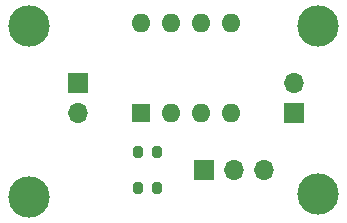
<source format=gts>
%TF.GenerationSoftware,KiCad,Pcbnew,(6.0.9)*%
%TF.CreationDate,2022-12-02T17:41:07+09:00*%
%TF.ProjectId,inverting_amplifier_circuirt,696e7665-7274-4696-9e67-5f616d706c69,0*%
%TF.SameCoordinates,Original*%
%TF.FileFunction,Soldermask,Top*%
%TF.FilePolarity,Negative*%
%FSLAX46Y46*%
G04 Gerber Fmt 4.6, Leading zero omitted, Abs format (unit mm)*
G04 Created by KiCad (PCBNEW (6.0.9)) date 2022-12-02 17:41:07*
%MOMM*%
%LPD*%
G01*
G04 APERTURE LIST*
G04 Aperture macros list*
%AMRoundRect*
0 Rectangle with rounded corners*
0 $1 Rounding radius*
0 $2 $3 $4 $5 $6 $7 $8 $9 X,Y pos of 4 corners*
0 Add a 4 corners polygon primitive as box body*
4,1,4,$2,$3,$4,$5,$6,$7,$8,$9,$2,$3,0*
0 Add four circle primitives for the rounded corners*
1,1,$1+$1,$2,$3*
1,1,$1+$1,$4,$5*
1,1,$1+$1,$6,$7*
1,1,$1+$1,$8,$9*
0 Add four rect primitives between the rounded corners*
20,1,$1+$1,$2,$3,$4,$5,0*
20,1,$1+$1,$4,$5,$6,$7,0*
20,1,$1+$1,$6,$7,$8,$9,0*
20,1,$1+$1,$8,$9,$2,$3,0*%
G04 Aperture macros list end*
%ADD10R,1.600000X1.600000*%
%ADD11O,1.600000X1.600000*%
%ADD12RoundRect,0.200000X0.200000X0.275000X-0.200000X0.275000X-0.200000X-0.275000X0.200000X-0.275000X0*%
%ADD13RoundRect,0.200000X-0.200000X-0.275000X0.200000X-0.275000X0.200000X0.275000X-0.200000X0.275000X0*%
%ADD14R,1.700000X1.700000*%
%ADD15O,1.700000X1.700000*%
%ADD16C,3.500000*%
G04 APERTURE END LIST*
D10*
%TO.C,U1*%
X139456000Y-73904000D03*
D11*
X141996000Y-73904000D03*
X144536000Y-73904000D03*
X147076000Y-73904000D03*
X147076000Y-66284000D03*
X144536000Y-66284000D03*
X141996000Y-66284000D03*
X139456000Y-66284000D03*
%TD*%
D12*
%TO.C,R2*%
X140842000Y-80264000D03*
X139192000Y-80264000D03*
%TD*%
D13*
%TO.C,R1*%
X139192000Y-77216000D03*
X140842000Y-77216000D03*
%TD*%
D14*
%TO.C,J3*%
X144795000Y-78740000D03*
D15*
X147335000Y-78740000D03*
X149875000Y-78740000D03*
%TD*%
D14*
%TO.C,J2*%
X152400000Y-73919000D03*
D15*
X152400000Y-71379000D03*
%TD*%
%TO.C,J1*%
X134112000Y-73909000D03*
D14*
X134112000Y-71369000D03*
%TD*%
D16*
%TO.C,REF2*%
X154500000Y-66500000D03*
%TD*%
%TO.C,REF3*%
X130000000Y-81000000D03*
%TD*%
%TO.C,REF4*%
X154500000Y-80750000D03*
%TD*%
%TO.C,REF1*%
X130000000Y-66500000D03*
%TD*%
M02*

</source>
